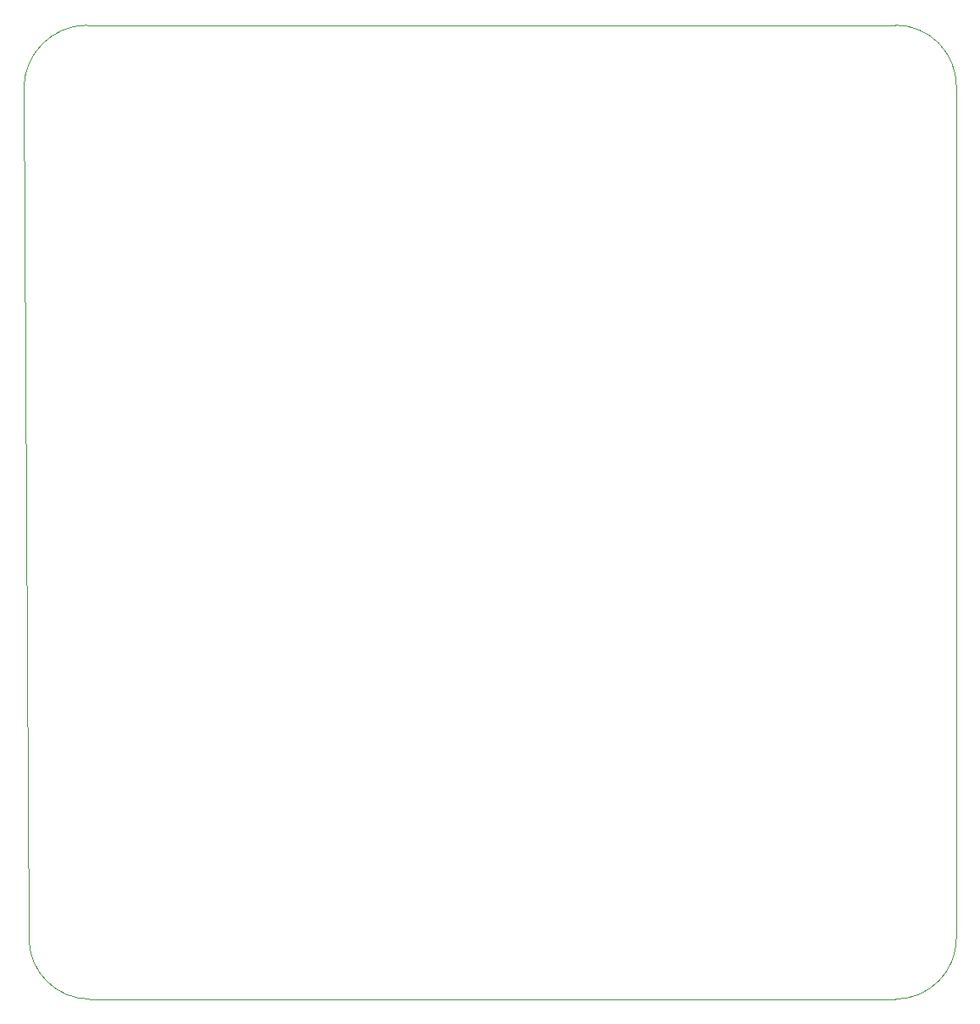
<source format=gbr>
%TF.GenerationSoftware,KiCad,Pcbnew,(7.0.0)*%
%TF.CreationDate,2024-03-19T12:14:35-03:00*%
%TF.ProjectId,pcb_peau_v1,7063625f-7065-4617-955f-76312e6b6963,rev?*%
%TF.SameCoordinates,Original*%
%TF.FileFunction,Profile,NP*%
%FSLAX46Y46*%
G04 Gerber Fmt 4.6, Leading zero omitted, Abs format (unit mm)*
G04 Created by KiCad (PCBNEW (7.0.0)) date 2024-03-19 12:14:35*
%MOMM*%
%LPD*%
G01*
G04 APERTURE LIST*
%TA.AperFunction,Profile*%
%ADD10C,0.100000*%
%TD*%
G04 APERTURE END LIST*
D10*
X160528000Y-39116000D02*
X161036000Y-123952000D01*
X253746000Y-38862000D02*
X253746000Y-123952000D01*
X166878000Y-32766000D02*
X247650000Y-32766000D01*
X167132000Y-130048000D02*
X247650000Y-130048000D01*
X161036000Y-123952000D02*
G75*
G03*
X167132000Y-130048000I6096000J0D01*
G01*
X247650000Y-130048000D02*
G75*
G03*
X253746000Y-123952000I0J6096000D01*
G01*
X253746000Y-38862000D02*
G75*
G03*
X247650000Y-32766000I-6096000J0D01*
G01*
X166878000Y-32766000D02*
G75*
G03*
X160528000Y-39116000I0J-6350000D01*
G01*
M02*

</source>
